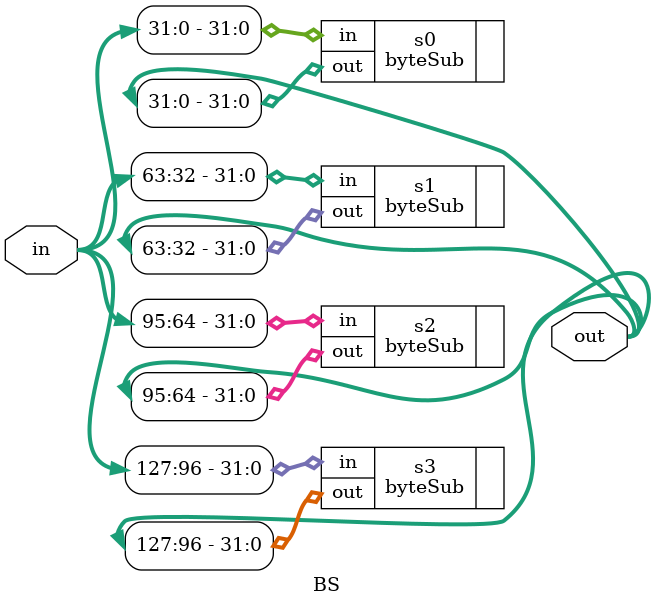
<source format=v>
module BS ( // 
     input wire  [127:0] in ,
     output wire  [127:0] out 
);

wire [127:0]bs_out ;

byteSub s0(.in(in[31 -: 32]) , .out(out[31 -: 32])) ; 
byteSub s1(.in(in[63 -: 32]) , .out(out[63 -: 32])) ; 
byteSub s2(.in(in[95 -: 32]) , .out(out[95 -: 32])) ; 
byteSub s3(.in(in[127 -: 32]) , .out(out[127 -: 32])) ; 
     
endmodule
</source>
